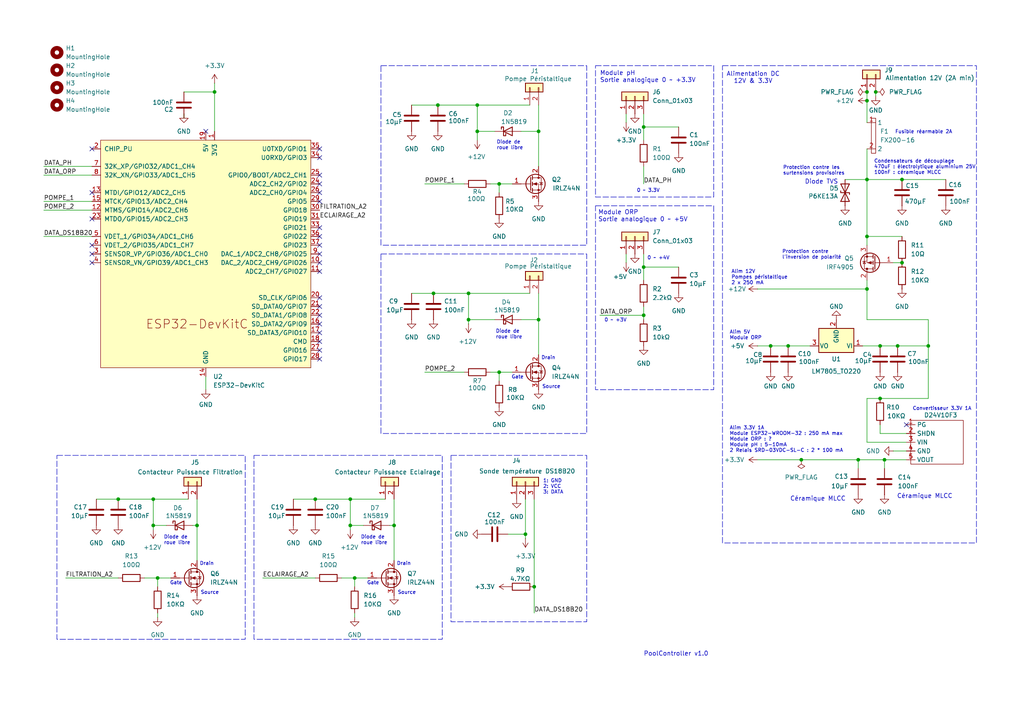
<source format=kicad_sch>
(kicad_sch (version 20250114) (generator "eeschema") (generator_version "9.0")
  (paper "A4")
  (rectangle (start 172.72 59.69) (end 207.01 113.03) (stroke (width 0) (type dash)))
  (rectangle (start 130.81 132.08) (end 170.18 180.34) (stroke (width 0) (type dash)))
  (rectangle (start 110.49 73.66) (end 170.18 125.73) (stroke (width 0) (type dash)))
  (rectangle (start 172.72 19.05) (end 207.01 57.15) (stroke (width 0) (type dash)))
  (rectangle (start 73.66 132.08) (end 128.27 185.42) (stroke (width 0) (type dash)))
  (rectangle (start 16.51 132.08) (end 71.12 185.42) (stroke (width 0) (type dash)))
  (rectangle (start 110.49 19.05) (end 170.18 71.12) (stroke (width 0) (type dash)))
  (rectangle (start 209.55 19.05) (end 283.21 157.48) (stroke (width 0) (type dash)))
  (text "0 ~ +4V" (at 187.706 74.93 0) (effects (font (size 1.016 1.016)) (justify left)))
  (text "Alimentation DC\n12V & 3.3V" (at 218.44 22.606 0) (effects (font (size 1.27 1.27))))
  (text "Protection contre \nl'inversion de polarité" (at 226.822 73.914 0) (effects (font (size 1.016 1.016)) (justify left)))
  (text "Céramique MLCC" (at 268.224 144.018 0) (effects (font (size 1.27 1.27))))
  (text "Diode de\nroue libre" (at 47.498 156.718 0) (effects (font (size 1.016 1.016)) (justify left)))
  (text "PoolController v1.0" (at 196.088 189.738 0) (effects (font (size 1.27 1.27))))
  (text "Gate" (at 106.426 169.164 0) (effects (font (size 1.016 1.016)) (justify left)))
  (text "Drain" (at 115.062 163.576 0) (effects (font (size 1.016 1.016)) (justify left)))
  (text "Diode de\nroue libre" (at 144.018 42.164 0) (effects (font (size 1.016 1.016)) (justify left)))
  (text "Module ORP \nSortie analogique 0 ~ +5V" (at 173.482 62.738 0) (effects (font (size 1.27 1.27)) (justify left)))
  (text "Diode de\nroue libre" (at 104.648 156.718 0) (effects (font (size 1.016 1.016)) (justify left)))
  (text "Alim 3.3V 1A\nModule ESP32-WROOM-32 : 250 mA max\nModule ORP : ?\nModule pH : 5-10mA\n2 Relais SRD-03VDC-SL-C : 2 * 100 mA" (at 211.582 127.508 0) (effects (font (size 1.016 1.016)) (justify left)))
  (text "Drain" (at 156.972 103.886 0) (effects (font (size 1.016 1.016)) (justify left)))
  (text "Source" (at 58.166 171.958 0) (effects (font (size 1.016 1.016)) (justify left)))
  (text "Drain" (at 57.912 163.576 0) (effects (font (size 1.016 1.016)) (justify left)))
  (text "Source" (at 157.226 112.268 0) (effects (font (size 1.016 1.016)) (justify left)))
  (text "1: GND\n2: VCC\n3: DATA" (at 157.48 141.224 0) (effects (font (size 1.016 1.016)) (justify left)))
  (text "Alim 12V\nPompes péristaltique\n2 x 250 mA" (at 212.09 80.518 0) (effects (font (size 1.016 1.016)) (justify left)))
  (text "Diode TVS" (at 238.252 52.832 0) (effects (font (size 1.27 1.27))))
  (text "Source" (at 115.316 171.958 0) (effects (font (size 1.016 1.016)) (justify left)))
  (text "Alim 5V\nModule ORP" (at 211.582 97.282 0) (effects (font (size 1.016 1.016)) (justify left)))
  (text "Gate" (at 49.276 169.164 0) (effects (font (size 1.016 1.016)) (justify left)))
  (text "0 ~ +3V" (at 175.26 92.964 0) (effects (font (size 1.016 1.016)) (justify left)))
  (text "Module pH\nSortie analogique 0 ~ +3.3V" (at 173.99 22.352 0) (effects (font (size 1.27 1.27)) (justify left)))
  (text "Convertisseur 3.3V 1A" (at 264.668 118.618 0) (effects (font (size 1.016 1.016)) (justify left)))
  (text "0 ~ 3.3V" (at 184.658 55.372 0) (effects (font (size 1.016 1.016)) (justify left)))
  (text "Fusible réarmable 2A" (at 259.588 38.354 0) (effects (font (size 1.016 1.016)) (justify left)))
  (text "Gate" (at 148.336 109.474 0) (effects (font (size 1.016 1.016)) (justify left)))
  (text "Condensateurs de découplage\n470uF : électrolytique aluminium 25V\n100nF : céramique MLCC" (at 253.492 48.514 0) (effects (font (size 1.016 1.016)) (justify left)))
  (text "Diode de\nroue libre" (at 143.764 97.028 0) (effects (font (size 1.016 1.016)) (justify left)))
  (text "Céramique MLCC" (at 237.236 144.78 0) (effects (font (size 1.27 1.27))))
  (text "Protection contre les\nsurtensions provisoires" (at 227.076 49.53 0) (effects (font (size 1.016 1.016)) (justify left)))
  (junction (at 248.92 133.35))
  (junction (at 144.78 53.34))
  (junction (at 45.72 167.64))
  (junction (at 125.73 85.09))
  (junction (at 138.43 38.1))
  (junction (at 186.69 77.47))
  (junction (at 256.54 133.35))
  (junction (at 269.24 100.33))
  (junction (at 251.46 68.58))
  (junction (at 101.6 144.78))
  (junction (at 260.35 100.33))
  (junction (at 156.21 92.71))
  (junction (at 261.62 52.07))
  (junction (at 62.23 26.67))
  (junction (at 135.89 85.09))
  (junction (at 228.6 100.33))
  (junction (at 102.87 167.64))
  (junction (at 251.46 52.07))
  (junction (at 254 26.67))
  (junction (at 261.62 76.2))
  (junction (at 251.46 83.82))
  (junction (at 91.44 144.78))
  (junction (at 114.3 152.4))
  (junction (at 255.27 100.33))
  (junction (at 251.46 26.67))
  (junction (at 255.27 115.57))
  (junction (at 152.4 154.94))
  (junction (at 186.69 91.44))
  (junction (at 144.78 107.95))
  (junction (at 156.21 38.1))
  (junction (at 251.46 29.21))
  (junction (at 44.45 152.4))
  (junction (at 57.15 152.4))
  (junction (at 135.89 92.71))
  (junction (at 44.45 144.78))
  (junction (at 154.94 170.18))
  (junction (at 138.43 30.48))
  (junction (at 223.52 100.33))
  (junction (at 232.41 133.35))
  (junction (at 127 30.48))
  (junction (at 34.29 144.78))
  (junction (at 186.69 36.83))
  (junction (at 101.6 152.4))
  (no_connect (at 92.71 50.8))
  (no_connect (at 92.71 71.12))
  (no_connect (at 26.67 55.88))
  (no_connect (at 92.71 66.04))
  (no_connect (at 92.71 76.2))
  (no_connect (at 59.69 38.1))
  (no_connect (at 26.67 71.12))
  (no_connect (at 92.71 101.6))
  (no_connect (at 92.71 45.72))
  (no_connect (at 92.71 91.44))
  (no_connect (at 92.71 78.74))
  (no_connect (at 26.67 63.5))
  (no_connect (at 26.67 76.2))
  (no_connect (at 92.71 68.58))
  (no_connect (at 262.89 123.19))
  (no_connect (at 92.71 58.42))
  (no_connect (at 92.71 73.66))
  (no_connect (at 92.71 93.98))
  (no_connect (at 26.67 43.18))
  (no_connect (at 92.71 86.36))
  (no_connect (at 92.71 99.06))
  (no_connect (at 92.71 53.34))
  (no_connect (at 26.67 73.66))
  (no_connect (at 92.71 88.9))
  (no_connect (at 92.71 96.52))
  (no_connect (at 92.71 104.14))
  (no_connect (at 92.71 43.18))
  (no_connect (at 92.71 55.88))
  (wire (pts (xy 181.61 35.56) (xy 181.61 33.02)))
  (wire (pts (xy 147.32 154.94) (xy 152.4 154.94)))
  (wire (pts (xy 260.35 100.33) (xy 269.24 100.33)))
  (wire (pts (xy 251.46 128.27) (xy 262.89 128.27)))
  (wire (pts (xy 59.69 113.03) (xy 59.69 109.22)))
  (wire (pts (xy 248.92 133.35) (xy 248.92 135.89)))
  (wire (pts (xy 34.29 144.78) (xy 44.45 144.78)))
  (wire (pts (xy 248.92 133.35) (xy 256.54 133.35)))
  (wire (pts (xy 101.6 152.4) (xy 105.41 152.4)))
  (wire (pts (xy 151.13 38.1) (xy 156.21 38.1)))
  (wire (pts (xy 85.09 144.78) (xy 91.44 144.78)))
  (wire (pts (xy 156.21 92.71) (xy 156.21 102.87)))
  (wire (pts (xy 154.94 144.78) (xy 154.94 170.18)))
  (wire (pts (xy 256.54 133.35) (xy 262.89 133.35)))
  (wire (pts (xy 113.03 152.4) (xy 114.3 152.4)))
  (wire (pts (xy 232.41 133.35) (xy 248.92 133.35)))
  (wire (pts (xy 119.38 85.09) (xy 125.73 85.09)))
  (wire (pts (xy 127 30.48) (xy 138.43 30.48)))
  (wire (pts (xy 186.69 33.02) (xy 186.69 36.83)))
  (wire (pts (xy 186.69 92.71) (xy 186.69 91.44)))
  (wire (pts (xy 261.62 52.07) (xy 274.32 52.07)))
  (wire (pts (xy 135.89 93.98) (xy 135.89 92.71)))
  (wire (pts (xy 45.72 167.64) (xy 49.53 167.64)))
  (wire (pts (xy 152.4 154.94) (xy 152.4 144.78)))
  (wire (pts (xy 12.7 68.58) (xy 26.67 68.58)))
  (wire (pts (xy 44.45 153.67) (xy 44.45 152.4)))
  (wire (pts (xy 12.7 60.96) (xy 26.67 60.96)))
  (wire (pts (xy 256.54 133.35) (xy 256.54 135.89)))
  (wire (pts (xy 251.46 115.57) (xy 251.46 128.27)))
  (wire (pts (xy 102.87 167.64) (xy 102.87 170.18)))
  (wire (pts (xy 123.19 107.95) (xy 134.62 107.95)))
  (wire (pts (xy 151.13 92.71) (xy 156.21 92.71)))
  (wire (pts (xy 101.6 144.78) (xy 111.76 144.78)))
  (wire (pts (xy 251.46 26.67) (xy 251.46 29.21)))
  (wire (pts (xy 219.71 133.35) (xy 232.41 133.35)))
  (wire (pts (xy 45.72 167.64) (xy 45.72 170.18)))
  (wire (pts (xy 173.99 91.44) (xy 186.69 91.44)))
  (wire (pts (xy 27.94 144.78) (xy 34.29 144.78)))
  (wire (pts (xy 186.69 77.47) (xy 196.85 77.47)))
  (wire (pts (xy 144.78 53.34) (xy 148.59 53.34)))
  (wire (pts (xy 262.89 130.81) (xy 259.08 130.81)))
  (wire (pts (xy 251.46 81.28) (xy 251.46 83.82)))
  (wire (pts (xy 144.78 107.95) (xy 144.78 110.49)))
  (wire (pts (xy 138.43 30.48) (xy 138.43 38.1)))
  (wire (pts (xy 138.43 38.1) (xy 143.51 38.1)))
  (wire (pts (xy 41.91 167.64) (xy 45.72 167.64)))
  (wire (pts (xy 135.89 85.09) (xy 153.67 85.09)))
  (wire (pts (xy 62.23 24.13) (xy 62.23 26.67)))
  (wire (pts (xy 186.69 36.83) (xy 196.85 36.83)))
  (wire (pts (xy 228.6 100.33) (xy 234.95 100.33)))
  (wire (pts (xy 99.06 167.64) (xy 102.87 167.64)))
  (wire (pts (xy 156.21 38.1) (xy 156.21 48.26)))
  (wire (pts (xy 144.78 107.95) (xy 148.59 107.95)))
  (wire (pts (xy 262.89 125.73) (xy 255.27 125.73)))
  (wire (pts (xy 135.89 92.71) (xy 143.51 92.71)))
  (wire (pts (xy 156.21 85.09) (xy 156.21 92.71)))
  (wire (pts (xy 101.6 152.4) (xy 101.6 144.78)))
  (wire (pts (xy 45.72 177.8) (xy 45.72 179.07)))
  (wire (pts (xy 251.46 52.07) (xy 251.46 68.58)))
  (wire (pts (xy 102.87 167.64) (xy 106.68 167.64)))
  (wire (pts (xy 12.7 50.8) (xy 26.67 50.8)))
  (wire (pts (xy 254 26.67) (xy 254 27.94)))
  (wire (pts (xy 125.73 85.09) (xy 135.89 85.09)))
  (wire (pts (xy 269.24 115.57) (xy 255.27 115.57)))
  (wire (pts (xy 250.19 100.33) (xy 255.27 100.33)))
  (wire (pts (xy 138.43 38.1) (xy 138.43 40.64)))
  (wire (pts (xy 138.43 30.48) (xy 153.67 30.48)))
  (wire (pts (xy 53.34 26.67) (xy 62.23 26.67)))
  (wire (pts (xy 102.87 177.8) (xy 102.87 179.07)))
  (wire (pts (xy 55.88 152.4) (xy 57.15 152.4)))
  (wire (pts (xy 251.46 68.58) (xy 261.62 68.58)))
  (wire (pts (xy 154.94 170.18) (xy 154.94 177.8)))
  (wire (pts (xy 114.3 152.4) (xy 114.3 162.56)))
  (wire (pts (xy 255.27 123.19) (xy 255.27 125.73)))
  (wire (pts (xy 142.24 53.34) (xy 144.78 53.34)))
  (wire (pts (xy 223.52 100.33) (xy 228.6 100.33)))
  (wire (pts (xy 251.46 52.07) (xy 261.62 52.07)))
  (wire (pts (xy 101.6 153.67) (xy 101.6 152.4)))
  (wire (pts (xy 57.15 144.78) (xy 57.15 152.4)))
  (wire (pts (xy 251.46 68.58) (xy 251.46 71.12)))
  (wire (pts (xy 269.24 100.33) (xy 269.24 115.57)))
  (wire (pts (xy 245.11 52.07) (xy 251.46 52.07)))
  (wire (pts (xy 251.46 29.21) (xy 251.46 35.56)))
  (wire (pts (xy 76.2 167.64) (xy 91.44 167.64)))
  (wire (pts (xy 12.7 58.42) (xy 26.67 58.42)))
  (wire (pts (xy 53.34 34.29) (xy 53.34 33.02)))
  (wire (pts (xy 119.38 30.48) (xy 127 30.48)))
  (wire (pts (xy 269.24 92.71) (xy 269.24 100.33)))
  (wire (pts (xy 142.24 107.95) (xy 144.78 107.95)))
  (wire (pts (xy 186.69 36.83) (xy 186.69 40.64)))
  (wire (pts (xy 144.78 53.34) (xy 144.78 55.88)))
  (wire (pts (xy 251.46 83.82) (xy 251.46 92.71)))
  (wire (pts (xy 91.44 144.78) (xy 101.6 144.78)))
  (wire (pts (xy 57.15 152.4) (xy 57.15 162.56)))
  (wire (pts (xy 186.69 77.47) (xy 186.69 81.28)))
  (wire (pts (xy 255.27 100.33) (xy 260.35 100.33)))
  (wire (pts (xy 44.45 152.4) (xy 48.26 152.4)))
  (wire (pts (xy 219.71 83.82) (xy 251.46 83.82)))
  (wire (pts (xy 251.46 92.71) (xy 269.24 92.71)))
  (wire (pts (xy 186.69 73.66) (xy 186.69 77.47)))
  (wire (pts (xy 152.4 156.21) (xy 152.4 154.94)))
  (wire (pts (xy 156.21 30.48) (xy 156.21 38.1)))
  (wire (pts (xy 123.19 53.34) (xy 134.62 53.34)))
  (wire (pts (xy 44.45 144.78) (xy 54.61 144.78)))
  (wire (pts (xy 219.71 100.33) (xy 223.52 100.33)))
  (wire (pts (xy 186.69 48.26) (xy 186.69 53.34)))
  (wire (pts (xy 62.23 26.67) (xy 62.23 38.1)))
  (wire (pts (xy 44.45 152.4) (xy 44.45 144.78)))
  (wire (pts (xy 114.3 144.78) (xy 114.3 152.4)))
  (wire (pts (xy 251.46 43.18) (xy 251.46 52.07)))
  (wire (pts (xy 19.05 167.64) (xy 34.29 167.64)))
  (wire (pts (xy 251.46 115.57) (xy 255.27 115.57)))
  (wire (pts (xy 135.89 92.71) (xy 135.89 85.09)))
  (wire (pts (xy 186.69 91.44) (xy 186.69 88.9)))
  (wire (pts (xy 12.7 48.26) (xy 26.67 48.26)))
  (wire (pts (xy 181.61 76.2) (xy 181.61 73.66)))
  (wire (pts (xy 261.62 76.2) (xy 259.08 76.2)))
  (label "FILTRATION_A2" (at 92.71 60.96 0))
  (label "POMPE_1" (at 123.19 53.34 0))
  (label "DATA_DS18B20" (at 12.7 68.58 0))
  (label "DATA_PH" (at 186.69 53.34 0))
  (label "POMPE_2" (at 12.7 60.96 0))
  (label "DATA_ORP" (at 12.7 50.8 0))
  (label "POMPE_2" (at 123.19 107.95 0))
  (label "FILTRATION_A2" (at 19.05 167.64 0))
  (label "ECLAIRAGE_A2" (at 92.71 63.5 0))
  (label "DATA_PH" (at 12.7 48.26 0))
  (label "DATA_ORP" (at 173.99 91.44 0))
  (label "POMPE_1" (at 12.7 58.42 0))
  (label "ECLAIRAGE_A2" (at 76.2 167.64 0))
  (label "DATA_DS18B20" (at 154.94 177.8 0))
  (symbol (lib_id "power:+3.3V") (at 147.32 170.18 90) (unit 1)
    (property "Reference" "#PWR023" (effects (hide yes)))
    (property "Value" "+3.3V" (at 143.51 170.1799 90) (effects (justify left)))
    (property "Description" "Power symbol creates a global label with name \"+3.3V\"" (effects (hide yes)))
  )
  (symbol (lib_id "Device:C") (at 248.92 139.7 0) (unit 1)
    (property "Reference" "C13" (at 242.062 138.176 0) (effects (justify left)))
    (property "Value" "10 µF" (at 241.046 140.97 0) (effects (justify left)))
    (property "Footprint" "Capacitor_THT:C_Disc_D6.0mm_W4.4mm_P5.00mm" (effects (hide yes)))
    (property "Description" "Unpolarized capacitor" (effects (hide yes)))
  )
  (symbol (lib_id "Device:R") (at 45.72 173.99 0) (unit 1)
    (property "Reference" "R14" (at 48.26 172.7199 0) (effects (justify left)))
    (property "Value" "10KΩ" (at 48.26 175.2599 0) (effects (justify left)))
    (property "Footprint" "Resistor_THT:R_Axial_DIN0207_L6.3mm_D2.5mm_P10.16mm_Horizontal" (effects (hide yes)))
    (property "Description" "Resistor" (effects (hide yes)))
  )
  (symbol (lib_id "power:+5V") (at 219.71 100.33 90) (unit 1)
    (property "Reference" "#PWR07" (effects (hide yes)))
    (property "Value" "+5V" (at 215.9 100.3299 90) (effects (justify left)))
    (property "Description" "Power symbol creates a global label with name \"+5V\"" (effects (hide yes)))
  )
  (symbol (lib_id "power:GND") (at 119.38 38.1 0) (unit 1)
    (property "Reference" "#PWR08" (effects (hide yes)))
    (property "Value" "GND" (at 119.38 43.18 0))
    (property "Description" "Power symbol creates a global label with name \"GND\" , ground" (effects (hide yes)))
  )
  (symbol (lib_id "Device:C") (at 27.94 148.59 0) (unit 1)
    (property "Reference" "C17" (at 21.336 147.066 0) (effects (justify left)))
    (property "Value" "10 µF" (at 20.574 149.606 0) (effects (justify left)))
    (property "Footprint" "Capacitor_THT:C_Disc_D6.0mm_W4.4mm_P5.00mm" (effects (hide yes)))
    (property "Description" "Unpolarized capacitor" (effects (hide yes)))
  )
  (symbol (lib_id "power:GND") (at 139.7 154.94 270) (unit 1)
    (property "Reference" "#PWR022" (effects (hide yes)))
    (property "Value" "GND" (at 135.89 154.9399 90) (effects (justify right)))
    (property "Description" "Power symbol creates a global label with name \"GND\" , ground" (effects (hide yes)))
  )
  (symbol (lib_id "Device:C") (at 223.52 104.14 0) (unit 1)
    (property "Reference" "C8" (at 218.44 102.87 0) (effects (justify left)))
    (property "Value" "10 µF" (at 216.154 104.648 0) (effects (justify left)))
    (property "Footprint" "Capacitor_THT:C_Disc_D6.0mm_W4.4mm_P5.00mm" (effects (hide yes)))
    (property "Description" "Unpolarized capacitor" (effects (hide yes)))
  )
  (symbol (lib_id "power:GND") (at 260.35 107.95 0) (unit 1)
    (property "Reference" "#PWR014" (effects (hide yes)))
    (property "Value" "GND" (at 260.35 112.014 0))
    (property "Description" "Power symbol creates a global label with name \"GND\" , ground" (effects (hide yes)))
  )
  (symbol (lib_id "Device:R") (at 186.69 85.09 0) (unit 1)
    (property "Reference" "R2" (at 189.23 83.8199 0) (effects (justify left)))
    (property "Value" "2.2kΩ" (at 189.23 86.3599 0) (effects (justify left)))
    (property "Footprint" "Resistor_THT:R_Axial_DIN0207_L6.3mm_D2.5mm_P10.16mm_Horizontal" (effects (hide yes)))
    (property "Description" "Resistor" (effects (hide yes)))
  )
  (symbol (lib_id "power:GND") (at 184.15 73.66 0) (unit 1)
    (property "Reference" "#PWR029" (effects (hide yes)))
    (property "Value" "GND" (at 184.15 78.74 0))
    (property "Description" "Power symbol creates a global label with name \"GND\" , ground" (effects (hide yes)))
  )
  (symbol (lib_id "power:GND") (at 57.15 172.72 0) (unit 1)
    (property "Reference" "#PWR045" (effects (hide yes)))
    (property "Value" "GND" (at 57.15 177.8 0))
    (property "Description" "Power symbol creates a global label with name \"GND\" , ground" (effects (hide yes)))
  )
  (symbol (lib_id "power:GND") (at 149.86 144.78 0) (unit 1)
    (property "Reference" "#PWR024" (effects (hide yes)))
    (property "Value" "GND" (at 149.86 149.86 0))
    (property "Description" "Power symbol creates a global label with name \"GND\" , ground" (effects (hide yes)))
  )
  (symbol (lib_id "power:GND") (at 34.29 152.4 0) (unit 1)
    (property "Reference" "#PWR043" (effects (hide yes)))
    (property "Value" "GND" (at 34.29 157.48 0))
    (property "Description" "Power symbol creates a global label with name \"GND\" , ground" (effects (hide yes)))
  )
  (symbol (lib_id "power:GND") (at 274.32 59.69 0) (unit 1)
    (property "Reference" "#PWR039" (effects (hide yes)))
    (property "Value" "GND" (at 274.32 64.77 0))
    (property "Description" "Power symbol creates a global label with name \"GND\" , ground" (effects (hide yes)))
  )
  (symbol (lib_id "Transistor_FET:IRLZ44N") (at 153.67 107.95 0) (unit 1)
    (property "Reference" "Q4" (at 160.02 106.6799 0) (effects (justify left)))
    (property "Value" "IRLZ44N" (at 160.02 109.2199 0) (effects (justify left)))
    (property "Footprint" "Package_TO_SOT_THT:TO-220-3_Vertical" (effects (hide yes)))
    (property "Datasheet" "http://www.irf.com/product-info/datasheets/data/irlz44n.pdf" (effects (hide yes)))
    (property "Description" "47A Id, 55V Vds, 22mOhm Rds Single N-Channel HEXFET Power MOSFET, TO-220AB" (effects (hide yes)))
  )
  (symbol (lib_id "Diode:1N5819") (at 147.32 92.71 0) (unit 1)
    (property "Reference" "D4" (at 146.812 87.63 0))
    (property "Value" "1N5819" (at 147.066 89.916 0))
    (property "Footprint" "Diode_THT:D_DO-15_P10.16mm_Horizontal" (effects (hide yes)))
    (property "Datasheet" "http://www.vishay.com/docs/88525/1n5817.pdf" (effects (hide yes)))
    (property "Description" "40V 1A Schottky Barrier Rectifier Diode, DO-41" (effects (hide yes)))
  )
  (symbol (lib_id "power:PWR_FLAG") (at 254 26.67 270) (unit 1)
    (property "Reference" "#FLG015" (effects (hide yes)))
    (property "Value" "PWR_FLAG" (at 257.81 26.6699 90) (effects (justify left)))
    (property "Description" "Special symbol for telling ERC where power comes from" (effects (hide yes)))
  )
  (symbol (lib_id "Connector_Generic:Conn_01x03") (at 152.4 139.7 90) (unit 1)
    (property "Reference" "J4" (at 148.59 133.604 90) (effects (justify right)))
    (property "Value" "Sonde température DS18B20" (at 138.938 136.652 90) (effects (justify right)))
    (property "Footprint" "TerminalBlock_Altech:Altech_AK100_1x03_P5.00mm" (effects (hide yes)))
    (property "Description" "Generic connector, single row, 01x03, script generated (kicad-library-utils/schlib/autogen/connector/)" (effects (hide yes)))
  )
  (symbol (lib_id "Device:C") (at 196.85 40.64 0) (unit 1)
    (property "Reference" "C1" (at 199.898 39.116 0) (effects (justify left)))
    (property "Value" "100nF" (at 199.898 41.656 0) (effects (justify left)))
    (property "Footprint" "Capacitor_THT:C_Disc_D3.8mm_W2.6mm_P2.50mm" (effects (hide yes)))
    (property "Description" "Unpolarized capacitor" (effects (hide yes)))
  )
  (symbol (lib_id "Device:C") (at 260.35 104.14 0) (unit 1)
    (property "Reference" "C7" (at 263.144 102.616 0) (effects (justify left)))
    (property "Value" "100nF" (at 263.398 104.902 0) (effects (justify left)))
    (property "Footprint" "Capacitor_THT:C_Disc_D3.8mm_W2.6mm_P2.50mm" (effects (hide yes)))
    (property "Description" "Unpolarized capacitor" (effects (hide yes)))
  )
  (symbol (lib_id "Device:R") (at 261.62 72.39 0) (unit 1)
    (property "Reference" "R11" (at 264.16 71.1199 0) (effects (justify left)))
    (property "Value" "10Ω" (at 264.16 73.6599 0) (effects (justify left)))
    (property "Footprint" "Resistor_THT:R_Axial_DIN0207_L6.3mm_D2.5mm_P10.16mm_Horizontal" (effects (hide yes)))
    (property "Description" "Resistor" (effects (hide yes)))
  )
  (symbol (lib_id "power:+5V") (at 181.61 76.2 180) (unit 1)
    (property "Reference" "#PWR051" (effects (hide yes)))
    (property "Value" "+5V" (at 179.832 80.264 0))
    (property "Description" "Power symbol creates a global label with name \"+5V\"" (effects (hide yes)))
  )
  (symbol (lib_id "power:GND") (at 127 38.1 0) (unit 1)
    (property "Reference" "#PWR09" (effects (hide yes)))
    (property "Value" "GND" (at 127 43.18 0))
    (property "Description" "Power symbol creates a global label with name \"GND\" , ground" (effects (hide yes)))
  )
  (symbol (lib_id "power:PWR_FLAG") (at 232.41 133.35 180) (unit 1)
    (property "Reference" "#FLG011" (effects (hide yes)))
    (property "Value" "PWR_FLAG" (at 232.41 138.43 0))
    (property "Description" "Special symbol for telling ERC where power comes from" (effects (hide yes)))
  )
  (symbol (lib_id "power:GND") (at 144.78 118.11 0) (unit 1)
    (property "Reference" "#PWR019" (effects (hide yes)))
    (property "Value" "GND" (at 144.78 123.19 0))
    (property "Description" "Power symbol creates a global label with name \"GND\" , ground" (effects (hide yes)))
  )
  (symbol (lib_id "Device:R") (at 95.25 167.64 270) (unit 1)
    (property "Reference" "R15" (at 95.25 161.29 90))
    (property "Value" "100Ω" (at 95.25 163.83 90))
    (property "Footprint" "Resistor_THT:R_Axial_DIN0207_L6.3mm_D2.5mm_P10.16mm_Horizontal" (effects (hide yes)))
    (property "Description" "Resistor" (effects (hide yes)))
  )
  (symbol (lib_id "power:GND") (at 59.69 113.03 0) (unit 1)
    (property "Reference" "#PWR05" (effects (hide yes)))
    (property "Value" "GND" (at 59.69 117.348 0))
    (property "Description" "Power symbol creates a global label with name \"GND\" , ground" (effects (hide yes)))
  )
  (symbol (lib_id "Transistor_FET:IRLZ44N") (at 54.61 167.64 0) (unit 1)
    (property "Reference" "Q6" (at 60.96 166.3699 0) (effects (justify left)))
    (property "Value" "IRLZ44N" (at 60.96 168.9099 0) (effects (justify left)))
    (property "Footprint" "Package_TO_SOT_THT:TO-220-3_Vertical" (effects (hide yes)))
    (property "Datasheet" "http://www.irf.com/product-info/datasheets/data/irlz44n.pdf" (effects (hide yes)))
    (property "Description" "47A Id, 55V Vds, 22mOhm Rds Single N-Channel HEXFET Power MOSFET, TO-220AB" (effects (hide yes)))
  )
  (symbol (lib_id "power:GND") (at 85.09 152.4 0) (unit 1)
    (property "Reference" "#PWR041" (effects (hide yes)))
    (property "Value" "GND" (at 85.09 157.48 0))
    (property "Description" "Power symbol creates a global label with name \"GND\" , ground" (effects (hide yes)))
  )
  (symbol (lib_id "Device:R") (at 261.62 80.01 0) (unit 1)
    (property "Reference" "R12" (at 264.16 78.7399 0) (effects (justify left)))
    (property "Value" "10KΩ" (at 264.16 81.2799 0) (effects (justify left)))
    (property "Footprint" "Resistor_THT:R_Axial_DIN0207_L6.3mm_D2.5mm_P10.16mm_Horizontal" (effects (hide yes)))
    (property "Description" "Resistor" (effects (hide yes)))
  )
  (symbol (lib_id "Device:C") (at 274.32 55.88 0) (unit 1)
    (property "Reference" "C16" (at 275.082 53.594 0) (effects (justify left)))
    (property "Value" "100nF" (at 275.336 58.42 0) (effects (justify left)))
    (property "Footprint" "Capacitor_THT:C_Disc_D3.8mm_W2.6mm_P2.50mm" (effects (hide yes)))
    (property "Description" "Unpolarized capacitor" (effects (hide yes)))
  )
  (symbol (lib_id "Device:C") (at 255.27 104.14 0) (unit 1)
    (property "Reference" "C4" (at 250.19 102.87 0) (effects (justify left)))
    (property "Value" "10 µF" (at 247.904 104.648 0) (effects (justify left)))
    (property "Footprint" "Capacitor_THT:C_Disc_D6.0mm_W4.4mm_P5.00mm" (effects (hide yes)))
    (property "Description" "Unpolarized capacitor" (effects (hide yes)))
  )
  (symbol (lib_id "power:GND") (at 261.62 83.82 0) (unit 1)
    (property "Reference" "#PWR038" (effects (hide yes)))
    (property "Value" "GND" (at 261.62 88.9 0))
    (property "Description" "Power symbol creates a global label with name \"GND\" , ground" (effects (hide yes)))
  )
  (symbol (lib_id "Device:C") (at 85.09 148.59 0) (unit 1)
    (property "Reference" "C19" (at 78.486 147.066 0) (effects (justify left)))
    (property "Value" "10 µF" (at 77.724 149.606 0) (effects (justify left)))
    (property "Footprint" "Capacitor_THT:C_Disc_D6.0mm_W4.4mm_P5.00mm" (effects (hide yes)))
    (property "Description" "Unpolarized capacitor" (effects (hide yes)))
  )
  (symbol (lib_id "Connector_Generic:Conn_01x02") (at 54.61 139.7 90) (unit 1)
    (property "Reference" "J5" (at 55.372 134.112 90) (effects (justify right)))
    (property "Value" "Contacteur Puissance Filtration" (at 39.878 136.906 90) (effects (justify right)))
    (property "Footprint" "TerminalBlock_Altech:Altech_AK100_1x02_P5.00mm" (effects (hide yes)))
    (property "Description" "Generic connector, single row, 01x02, script generated (kicad-library-utils/schlib/autogen/connector/)" (effects (hide yes)))
  )
  (symbol (lib_id "power:+12V") (at 44.45 153.67 180) (unit 1)
    (property "Reference" "#PWR044" (effects (hide yes)))
    (property "Value" "+12V" (at 44.196 158.75 0))
    (property "Description" "Power symbol creates a global label with name \"+12V\"" (effects (hide yes)))
  )
  (symbol (lib_id "Transistor_FET:IRF4905") (at 254 76.2 180) (unit 1)
    (property "Reference" "Q5" (at 247.65 74.9299 0) (effects (justify left)))
    (property "Value" "IRF4905" (at 247.65 77.4699 0) (effects (justify left)))
    (property "Footprint" "Package_TO_SOT_THT:TO-220-3_Vertical" (effects (hide yes)))
    (property "Datasheet" "http://www.infineon.com/dgdl/irf4905.pdf?fileId=5546d462533600a4015355e32165197c" (effects (hide yes)))
    (property "Description" "-74A Id, -55V Vds, Single P-Channel HEXFET Power MOSFET, 20mOhm Ron, TO-220AB" (effects (hide yes)))
  )
  (symbol (lib_id "power:GND") (at 125.73 92.71 0) (unit 1)
    (property "Reference" "#PWR018" (effects (hide yes)))
    (property "Value" "GND" (at 125.73 97.79 0))
    (property "Description" "Power symbol creates a global label with name \"GND\" , ground" (effects (hide yes)))
  )
  (symbol (lib_id "power:+12V") (at 251.46 29.21 90) (unit 1)
    (property "Reference" "#PWR040" (effects (hide yes)))
    (property "Value" "+12V" (at 247.65 29.2099 90) (effects (justify left)))
    (property "Description" "Power symbol creates a global label with name \"+12V\"" (effects (hide yes)))
  )
  (symbol (lib_id "MySymbols.lib:FX200-16") (at 251.46 39.37 0) (unit 1)
    (property "Reference" "F1" (at 255.27 38.0999 0) (effects (justify left)))
    (property "Value" "FX200-16" (at 255.27 40.6399 0) (effects (justify left)))
    (property "Footprint" "Fuse:Fuse_Bourns_MF-RHT200" (effects (hide yes)))
  )
  (symbol (lib_id "Diode:1N5819") (at 109.22 152.4 0) (unit 1)
    (property "Reference" "D7" (at 108.712 147.32 0))
    (property "Value" "1N5819" (at 108.966 149.606 0))
    (property "Footprint" "Diode_THT:D_DO-15_P10.16mm_Horizontal" (effects (hide yes)))
    (property "Datasheet" "http://www.vishay.com/docs/88525/1n5817.pdf" (effects (hide yes)))
    (property "Description" "40V 1A Schottky Barrier Rectifier Diode, DO-41" (effects (hide yes)))
  )
  (symbol (lib_id "Mechanical:MountingHole") (at 16.51 25.4 0) (unit 1) (in_bom no)
    (property "Reference" "H3" (at 19.05 24.1299 0) (effects (justify left)))
    (property "Value" "MountingHole" (at 19.05 26.6699 0) (effects (justify left)))
    (property "Footprint" "MountingHole:MountingHole_3.2mm_M3" (effects (hide yes)))
    (property "Description" "Mounting Hole without connection" (effects (hide yes)))
  )
  (symbol (lib_name "D24V10F3_1") (lib_id "MySymbols.lib:D24V10F3") (at 271.78 128.27 0) (unit 1)
    (property "Reference" "U3" (effects (hide yes)))
    (property "Value" "D24V10F3" (at 267.97 120.396 0) (effects (justify left)))
    (property "Footprint" "MyLibrary:Pololu_D24V10F3" (effects (hide yes)))
  )
  (symbol (lib_id "Connector_Generic:Conn_01x02") (at 153.67 25.4 90) (unit 1)
    (property "Reference" "J1" (at 153.924 20.574 90) (effects (justify right)))
    (property "Value" "Pompe Péristaltique" (at 146.304 22.86 90) (effects (justify right)))
    (property "Footprint" "TerminalBlock_Altech:Altech_AK100_1x02_P5.00mm" (effects (hide yes)))
    (property "Description" "Generic connector, single row, 01x02, script generated (kicad-library-utils/schlib/autogen/connector/)" (effects (hide yes)))
  )
  (symbol (lib_id "power:GND") (at 242.57 92.71 180) (unit 1)
    (property "Reference" "#PWR06" (effects (hide yes)))
    (property "Value" "GND" (at 242.57 88.9 0))
    (property "Description" "Power symbol creates a global label with name \"GND\" , ground" (effects (hide yes)))
  )
  (symbol (lib_id "Mechanical:MountingHole") (at 16.51 20.32 0) (unit 1) (in_bom no)
    (property "Reference" "H2" (at 19.05 19.0499 0) (effects (justify left)))
    (property "Value" "MountingHole" (at 19.05 21.5899 0) (effects (justify left)))
    (property "Footprint" "MountingHole:MountingHole_3.2mm_M3" (effects (hide yes)))
    (property "Description" "Mounting Hole without connection" (effects (hide yes)))
  )
  (symbol (lib_id "power:GND") (at 261.62 59.69 0) (unit 1)
    (property "Reference" "#PWR037" (effects (hide yes)))
    (property "Value" "GND" (at 261.62 64.77 0))
    (property "Description" "Power symbol creates a global label with name \"GND\" , ground" (effects (hide yes)))
  )
  (symbol (lib_id "power:GND") (at 91.44 152.4 0) (unit 1)
    (property "Reference" "#PWR047" (effects (hide yes)))
    (property "Value" "GND" (at 91.44 157.48 0))
    (property "Description" "Power symbol creates a global label with name \"GND\" , ground" (effects (hide yes)))
  )
  (symbol (lib_id "Device:D_TVS") (at 245.11 55.88 90) (unit 1)
    (property "Reference" "D5" (at 240.538 54.61 90) (effects (justify right)))
    (property "Value" "P6KE13A" (at 234.442 56.896 90) (effects (justify right)))
    (property "Footprint" "Diode_THT:D_DO-15_P10.16mm_Horizontal" (effects (hide yes)))
    (property "Description" "Bidirectional transient-voltage-suppression diode" (effects (hide yes)))
  )
  (symbol (lib_id "Connector_Generic:Conn_01x02") (at 111.76 139.7 90) (unit 1)
    (property "Reference" "J8" (at 112.522 134.112 90) (effects (justify right)))
    (property "Value" "Contacteur Puissance Eclairage" (at 97.028 136.906 90) (effects (justify right)))
    (property "Footprint" "TerminalBlock_Altech:Altech_AK100_1x02_P5.00mm" (effects (hide yes)))
    (property "Description" "Generic connector, single row, 01x02, script generated (kicad-library-utils/schlib/autogen/connector/)" (effects (hide yes)))
  )
  (symbol (lib_id "power:GND") (at 186.69 100.33 0) (unit 1)
    (property "Reference" "#PWR027" (effects (hide yes)))
    (property "Value" "GND" (at 186.69 105.41 0))
    (property "Description" "Power symbol creates a global label with name \"GND\" , ground" (effects (hide yes)))
  )
  (symbol (lib_id "Device:C") (at 53.34 30.48 180) (unit 1)
    (property "Reference" "C2" (at 50.292 31.75 0) (effects (justify left)))
    (property "Value" "100nF" (at 50.292 29.718 0) (effects (justify left)))
    (property "Footprint" "Capacitor_THT:C_Disc_D3.8mm_W2.6mm_P2.50mm" (effects (hide yes)))
    (property "Description" "Unpolarized capacitor" (effects (hide yes)))
  )
  (symbol (lib_id "power:PWR_FLAG") (at 251.46 26.67 90) (unit 1)
    (property "Reference" "#FLG014" (effects (hide yes)))
    (property "Value" "PWR_FLAG" (at 247.65 26.6699 90) (effects (justify left)))
    (property "Description" "Special symbol for telling ERC where power comes from" (effects (hide yes)))
  )
  (symbol (lib_id "power:+3.3V") (at 219.71 133.35 90) (unit 1)
    (property "Reference" "#PWR031" (effects (hide yes)))
    (property "Value" "+3.3V" (at 215.9 133.3499 90) (effects (justify left)))
    (property "Description" "Power symbol creates a global label with name \"+3.3V\"" (effects (hide yes)))
  )
  (symbol (lib_id "Device:R") (at 102.87 173.99 0) (unit 1)
    (property "Reference" "R16" (at 105.41 172.7199 0) (effects (justify left)))
    (property "Value" "10KΩ" (at 105.41 175.2599 0) (effects (justify left)))
    (property "Footprint" "Resistor_THT:R_Axial_DIN0207_L6.3mm_D2.5mm_P10.16mm_Horizontal" (effects (hide yes)))
    (property "Description" "Resistor" (effects (hide yes)))
  )
  (symbol (lib_id "Transistor_FET:IRLZ44N") (at 111.76 167.64 0) (unit 1)
    (property "Reference" "Q7" (at 118.11 166.3699 0) (effects (justify left)))
    (property "Value" "IRLZ44N" (at 118.11 168.9099 0) (effects (justify left)))
    (property "Footprint" "Package_TO_SOT_THT:TO-220-3_Vertical" (effects (hide yes)))
    (property "Datasheet" "http://www.irf.com/product-info/datasheets/data/irlz44n.pdf" (effects (hide yes)))
    (property "Description" "47A Id, 55V Vds, 22mOhm Rds Single N-Channel HEXFET Power MOSFET, TO-220AB" (effects (hide yes)))
  )
  (symbol (lib_id "Device:C") (at 91.44 148.59 0) (unit 1)
    (property "Reference" "C20" (at 94.488 147.066 0) (effects (justify left)))
    (property "Value" "100nF" (at 94.488 149.606 0) (effects (justify left)))
    (property "Footprint" "Capacitor_THT:C_Disc_D3.8mm_W2.6mm_P2.50mm" (effects (hide yes)))
    (property "Description" "Unpolarized capacitor" (effects (hide yes)))
  )
  (symbol (lib_id "power:GND") (at 144.78 63.5 0) (unit 1)
    (property "Reference" "#PWR011" (effects (hide yes)))
    (property "Value" "GND" (at 144.78 68.58 0))
    (property "Description" "Power symbol creates a global label with name \"GND\" , ground" (effects (hide yes)))
  )
  (symbol (lib_id "Transistor_FET:IRLZ44N") (at 153.67 53.34 0) (unit 1)
    (property "Reference" "Q2" (at 160.02 52.0699 0) (effects (justify left)))
    (property "Value" "IRLZ44N" (at 160.274 54.61 0) (effects (justify left)))
    (property "Footprint" "Package_TO_SOT_THT:TO-220-3_Vertical" (effects (hide yes)))
    (property "Datasheet" "http://www.irf.com/product-info/datasheets/data/irlz44n.pdf" (effects (hide yes)))
    (property "Description" "47A Id, 55V Vds, 22mOhm Rds Single N-Channel HEXFET Power MOSFET, TO-220AB" (effects (hide yes)))
  )
  (symbol (lib_id "power:GND") (at 196.85 85.09 0) (unit 1)
    (property "Reference" "#PWR03" (effects (hide yes)))
    (property "Value" "GND" (at 196.85 90.17 0))
    (property "Description" "Power symbol creates a global label with name \"GND\" , ground" (effects (hide yes)))
  )
  (symbol (lib_id "Connector_Generic:Conn_01x03") (at 184.15 27.94 90) (unit 1)
    (property "Reference" "J6" (at 189.23 26.6699 90) (effects (justify right)))
    (property "Value" "Conn_01x03" (at 189.23 29.2099 90) (effects (justify right)))
    (property "Footprint" "TerminalBlock_Altech:Altech_AK100_1x03_P5.00mm" (effects (hide yes)))
    (property "Description" "Generic connector, single row, 01x03, script generated (kicad-library-utils/schlib/autogen/connector/)" (effects (hide yes)))
  )
  (symbol (lib_id "Device:R") (at 186.69 44.45 0) (unit 1)
    (property "Reference" "R1" (at 189.23 43.1799 0) (effects (justify left)))
    (property "Value" "100Ω" (at 189.23 45.7199 0) (effects (justify left)))
    (property "Footprint" "Resistor_THT:R_Axial_DIN0207_L6.3mm_D2.5mm_P10.16mm_Horizontal" (effects (hide yes)))
    (property "Description" "Resistor" (effects (hide yes)))
  )
  (symbol (lib_id "Device:C") (at 143.51 154.94 90) (unit 1)
    (property "Reference" "C12" (at 143.256 149.352 90))
    (property "Value" "100nF" (at 143.51 151.384 90))
    (property "Footprint" "Capacitor_THT:C_Disc_D3.8mm_W2.6mm_P2.50mm" (effects (hide yes)))
    (property "Description" "Unpolarized capacitor" (effects (hide yes)))
  )
  (symbol (lib_id "power:GND") (at 256.54 143.51 0) (unit 1)
    (property "Reference" "#PWR035" (effects (hide yes)))
    (property "Value" "GND" (at 256.54 148.59 0))
    (property "Description" "Power symbol creates a global label with name \"GND\" , ground" (effects (hide yes)))
  )
  (symbol (lib_id "power:GND") (at 114.3 172.72 0) (unit 1)
    (property "Reference" "#PWR050" (effects (hide yes)))
    (property "Value" "GND" (at 114.3 177.8 0))
    (property "Description" "Power symbol creates a global label with name \"GND\" , ground" (effects (hide yes)))
  )
  (symbol (lib_id "power:+12V") (at 138.43 40.64 180) (unit 1)
    (property "Reference" "#PWR010" (effects (hide yes)))
    (property "Value" "+12V" (at 138.176 45.466 0))
    (property "Description" "Power symbol creates a global label with name \"+12V\"" (effects (hide yes)))
  )
  (symbol (lib_id "Mechanical:MountingHole") (at 16.51 30.48 0) (unit 1) (in_bom no)
    (property "Reference" "H4" (at 19.05 29.2099 0) (effects (justify left)))
    (property "Value" "MountingHole" (at 19.05 31.7499 0) (effects (justify left)))
    (property "Footprint" "MountingHole:MountingHole_3.2mm_M3" (effects (hide yes)))
    (property "Description" "Mounting Hole without connection" (effects (hide yes)))
  )
  (symbol (lib_id "power:GND") (at 248.92 143.51 0) (unit 1)
    (property "Reference" "#PWR033" (effects (hide yes)))
    (property "Value" "GND" (at 248.92 148.59 0))
    (property "Description" "Power symbol creates a global label with name \"GND\" , ground" (effects (hide yes)))
  )
  (symbol (lib_id "power:GND") (at 196.85 44.45 0) (unit 1)
    (property "Reference" "#PWR02" (effects (hide yes)))
    (property "Value" "GND" (at 196.85 49.53 0))
    (property "Description" "Power symbol creates a global label with name \"GND\" , ground" (effects (hide yes)))
  )
  (symbol (lib_id "Mechanical:MountingHole") (at 16.51 15.24 0) (unit 1) (in_bom no)
    (property "Reference" "H1" (at 19.05 13.9699 0) (effects (justify left)))
    (property "Value" "MountingHole" (at 19.05 16.5099 0) (effects (justify left)))
    (property "Footprint" "MountingHole:MountingHole_3.2mm_M3" (effects (hide yes)))
    (property "Description" "Mounting Hole without connection" (effects (hide yes)))
  )
  (symbol (lib_id "Device:C") (at 34.29 148.59 0) (unit 1)
    (property "Reference" "C18" (at 37.338 147.066 0) (effects (justify left)))
    (property "Value" "100nF" (at 37.338 149.606 0) (effects (justify left)))
    (property "Footprint" "Capacitor_THT:C_Disc_D3.8mm_W2.6mm_P2.50mm" (effects (hide yes)))
    (property "Description" "Unpolarized capacitor" (effects (hide yes)))
  )
  (symbol (lib_id "Device:R") (at 38.1 167.64 270) (unit 1)
    (property "Reference" "R13" (at 38.1 161.29 90))
    (property "Value" "100Ω" (at 38.1 163.83 90))
    (property "Footprint" "Resistor_THT:R_Axial_DIN0207_L6.3mm_D2.5mm_P10.16mm_Horizontal" (effects (hide yes)))
    (property "Description" "Resistor" (effects (hide yes)))
  )
  (symbol (lib_id "Device:C") (at 196.85 81.28 0) (unit 1)
    (property "Reference" "C3" (at 199.898 79.756 0) (effects (justify left)))
    (property "Value" "10 µF" (at 199.898 82.296 0) (effects (justify left)))
    (property "Footprint" "Capacitor_THT:C_Disc_D3.8mm_W2.6mm_P2.50mm" (effects (hide yes)))
    (property "Description" "Unpolarized capacitor" (effects (hide yes)))
  )
  (symbol (lib_id "Device:R") (at 138.43 53.34 270) (unit 1)
    (property "Reference" "R4" (at 138.43 55.626 90))
    (property "Value" "100Ω" (at 138.176 57.658 90))
    (property "Footprint" "Resistor_THT:R_Axial_DIN0207_L6.3mm_D2.5mm_P10.16mm_Horizontal" (effects (hide yes)))
    (property "Description" "Resistor" (effects (hide yes)))
  )
  (symbol (lib_id "Connector_Generic:Conn_01x02") (at 251.46 21.59 90) (unit 1)
    (property "Reference" "J9" (at 256.54 20.3199 90) (effects (justify right)))
    (property "Value" "Alimentation 12V (2A min)" (at 256.794 22.606 90) (effects (justify right)))
    (property "Footprint" "TerminalBlock_Altech:Altech_AK100_1x02_P5.00mm" (effects (hide yes)))
    (property "Description" "Generic connector, single row, 01x02, script generated (kicad-library-utils/schlib/autogen/connector/)" (effects (hide yes)))
  )
  (symbol (lib_id "Device:R") (at 144.78 59.69 0) (unit 1)
    (property "Reference" "R5" (at 146.558 58.42 0) (effects (justify left)))
    (property "Value" "10KΩ" (at 146.558 60.706 0) (effects (justify left)))
    (property "Footprint" "Resistor_THT:R_Axial_DIN0207_L6.3mm_D2.5mm_P10.16mm_Horizontal" (effects (hide yes)))
    (property "Description" "Resistor" (effects (hide yes)))
  )
  (symbol (lib_id "Device:C") (at 119.38 88.9 0) (unit 1)
    (property "Reference" "C9" (at 112.776 87.376 0) (effects (justify left)))
    (property "Value" "10 µF" (at 112.014 89.916 0) (effects (justify left)))
    (property "Footprint" "Capacitor_THT:C_Disc_D6.0mm_W4.4mm_P5.00mm" (effects (hide yes)))
    (property "Description" "Unpolarized capacitor" (effects (hide yes)))
  )
  (symbol (lib_id "Device:C") (at 125.73 88.9 0) (unit 1)
    (property "Reference" "C11" (at 128.778 87.376 0) (effects (justify left)))
    (property "Value" "100nF" (at 128.778 89.916 0) (effects (justify left)))
    (property "Footprint" "Capacitor_THT:C_Disc_D3.8mm_W2.6mm_P2.50mm" (effects (hide yes)))
    (property "Description" "Unpolarized capacitor" (effects (hide yes)))
  )
  (symbol (lib_id "power:GND") (at 156.21 58.42 0) (unit 1)
    (property "Reference" "#PWR013" (effects (hide yes)))
    (property "Value" "GND" (at 156.21 63.5 0))
    (property "Description" "Power symbol creates a global label with name \"GND\" , ground" (effects (hide yes)))
  )
  (symbol (lib_id "power:GND") (at 53.34 33.02 0) (unit 1)
    (property "Reference" "#PWR01" (effects (hide yes)))
    (property "Value" "GND" (at 53.34 38.1 0))
    (property "Description" "Power symbol creates a global label with name \"GND\" , ground" (effects (hide yes)))
  )
  (symbol (lib_id "Device:C") (at 119.38 34.29 0) (unit 1)
    (property "Reference" "C5" (at 113.792 33.274 0) (effects (justify left)))
    (property "Value" "10 µF" (at 111.76 35.306 0) (effects (justify left)))
    (property "Footprint" "Capacitor_THT:C_Disc_D6.0mm_W4.4mm_P5.00mm" (effects (hide yes)))
    (property "Description" "Unpolarized capacitor" (effects (hide yes)))
  )
  (symbol (lib_id "power:GND") (at 184.15 33.02 0) (unit 1)
    (property "Reference" "#PWR028" (effects (hide yes)))
    (property "Value" "GND" (at 184.15 38.1 0))
    (property "Description" "Power symbol creates a global label with name \"GND\" , ground" (effects (hide yes)))
  )
  (symbol (lib_id "power:+12V") (at 101.6 153.67 180) (unit 1)
    (property "Reference" "#PWR048" (effects (hide yes)))
    (property "Value" "+12V" (at 101.346 158.75 0))
    (property "Description" "Power symbol creates a global label with name \"+12V\"" (effects (hide yes)))
  )
  (symbol (lib_id "power:GND") (at 102.87 179.07 0) (unit 1)
    (property "Reference" "#PWR049" (effects (hide yes)))
    (property "Value" "GND" (at 102.87 184.15 0))
    (property "Description" "Power symbol creates a global label with name \"GND\" , ground" (effects (hide yes)))
  )
  (symbol (lib_id "Connector_Generic:Conn_01x02") (at 153.67 80.01 90) (unit 1)
    (property "Reference" "J2" (at 153.67 75.438 90) (effects (justify right)))
    (property "Value" "Pompe Péristaltique" (at 146.304 77.216 90) (effects (justify right)))
    (property "Footprint" "TerminalBlock_Altech:Altech_AK100_1x02_P5.00mm" (effects (hide yes)))
    (property "Description" "Generic connector, single row, 01x02, script generated (kicad-library-utils/schlib/autogen/connector/)" (effects (hide yes)))
  )
  (symbol (lib_id "Device:R") (at 138.43 107.95 270) (unit 1)
    (property "Reference" "R7" (at 138.43 110.49 90))
    (property "Value" "100Ω" (at 138.43 112.522 90))
    (property "Footprint" "Resistor_THT:R_Axial_DIN0207_L6.3mm_D2.5mm_P10.16mm_Horizontal" (effects (hide yes)))
    (property "Description" "Resistor" (effects (hide yes)))
  )
  (symbol (lib_id "Device:C") (at 228.6 104.14 0) (unit 1)
    (property "Reference" "C10" (at 231.394 102.616 0) (effects (justify left)))
    (property "Value" "100nF" (at 231.648 104.902 0) (effects (justify left)))
    (property "Footprint" "Capacitor_THT:C_Disc_D3.8mm_W2.6mm_P2.50mm" (effects (hide yes)))
    (property "Description" "Unpolarized capacitor" (effects (hide yes)))
  )
  (symbol (lib_id "Device:R") (at 186.69 96.52 0) (unit 1)
    (property "Reference" "R3" (at 189.23 95.2499 0) (effects (justify left)))
    (property "Value" "10kΩ" (at 189.23 97.7899 0) (effects (justify left)))
    (property "Footprint" "Resistor_THT:R_Axial_DIN0207_L6.3mm_D2.5mm_P10.16mm_Horizontal" (effects (hide yes)))
    (property "Description" "Resistor" (effects (hide yes)))
  )
  (symbol (lib_id "power:GND") (at 45.72 179.07 0) (unit 1)
    (property "Reference" "#PWR046" (effects (hide yes)))
    (property "Value" "GND" (at 45.72 184.15 0))
    (property "Description" "Power symbol creates a global label with name \"GND\" , ground" (effects (hide yes)))
  )
  (symbol (lib_id "power:+3.3V") (at 152.4 156.21 180) (unit 1)
    (property "Reference" "#PWR025" (effects (hide yes)))
    (property "Value" "+3.3V" (at 152.4 161.29 0))
    (property "Description" "Power symbol creates a global label with name \"+3.3V\"" (effects (hide yes)))
  )
  (symbol (lib_id "Device:C") (at 127 34.29 0) (unit 1)
    (property "Reference" "C6" (at 130.048 33.02 0) (effects (justify left)))
    (property "Value" "100nF" (at 130.048 35.052 0) (effects (justify left)))
    (property "Footprint" "Capacitor_THT:C_Disc_D3.8mm_W2.6mm_P2.50mm" (effects (hide yes)))
    (property "Description" "Unpolarized capacitor" (effects (hide yes)))
  )
  (symbol (lib_id "Diode:1N5819") (at 52.07 152.4 0) (unit 1)
    (property "Reference" "D6" (at 51.562 147.32 0))
    (property "Value" "1N5819" (at 51.816 149.606 0))
    (property "Footprint" "Diode_THT:D_DO-15_P10.16mm_Horizontal" (effects (hide yes)))
    (property "Datasheet" "http://www.vishay.com/docs/88525/1n5817.pdf" (effects (hide yes)))
    (property "Description" "40V 1A Schottky Barrier Rectifier Diode, DO-41" (effects (hide yes)))
  )
  (symbol (lib_id "power:+3.3V") (at 181.61 35.56 180) (unit 1)
    (property "Reference" "#PWR026" (effects (hide yes)))
    (property "Value" "+3.3V" (at 181.61 40.64 0))
    (property "Description" "Power symbol creates a global label with name \"+3.3V\"" (effects (hide yes)))
  )
  (symbol (lib_id "power:GND") (at 259.08 130.81 270) (unit 1)
    (property "Reference" "#PWR036" (effects (hide yes)))
    (property "Value" "GND" (at 255.27 130.8099 90) (effects (justify right)))
    (property "Description" "Power symbol creates a global label with name \"GND\" , ground" (effects (hide yes)))
  )
  (symbol (lib_id "Connector_Generic:Conn_01x03") (at 184.15 68.58 90) (unit 1)
    (property "Reference" "J7" (at 189.23 67.3099 90) (effects (justify right)))
    (property "Value" "Conn_01x03" (at 189.23 69.8499 90) (effects (justify right)))
    (property "Footprint" "TerminalBlock_Altech:Altech_AK100_1x03_P5.00mm" (effects (hide yes)))
    (property "Description" "Generic connector, single row, 01x03, script generated (kicad-library-utils/schlib/autogen/connector/)" (effects (hide yes)))
  )
  (symbol (lib_id "power:GND") (at 228.6 107.95 0) (unit 1)
    (property "Reference" "#PWR017" (effects (hide yes)))
    (property "Value" "GND" (at 228.6 112.014 0))
    (property "Description" "Power symbol creates a global label with name \"GND\" , ground" (effects (hide yes)))
  )
  (symbol (lib_id "power:GND") (at 156.21 113.03 0) (unit 1)
    (property "Reference" "#PWR021" (effects (hide yes)))
    (property "Value" "GND" (at 156.21 118.11 0))
    (property "Description" "Power symbol creates a global label with name \"GND\" , ground" (effects (hide yes)))
  )
  (symbol (lib_id "power:GND") (at 27.94 152.4 0) (unit 1)
    (property "Reference" "#PWR042" (effects (hide yes)))
    (property "Value" "GND" (at 27.94 157.48 0))
    (property "Description" "Power symbol creates a global label with name \"GND\" , ground" (effects (hide yes)))
  )
  (symbol (lib_id "Diode:1N5819") (at 147.32 38.1 0) (unit 1)
    (property "Reference" "D2" (at 147.32 32.766 0))
    (property "Value" "1N5819" (at 149.098 35.306 0))
    (property "Footprint" "Diode_THT:D_DO-15_P10.16mm_Horizontal" (effects (hide yes)))
    (property "Datasheet" "http://www.vishay.com/docs/88525/1n5817.pdf" (effects (hide yes)))
    (property "Description" "40V 1A Schottky Barrier Rectifier Diode, DO-41" (effects (hide yes)))
  )
  (symbol (lib_id "power:GND") (at 254 27.94 0) (unit 1)
    (property "Reference" "#PWR034" (effects (hide yes)))
    (property "Value" "GND" (at 254 32.004 0))
    (property "Description" "Power symbol creates a global label with name \"GND\" , ground" (effects (hide yes)))
  )
  (symbol (lib_id "Regulator_Linear:LM7805_TO220") (at 242.57 100.33 180) (unit 1)
    (property "Reference" "U1" (at 242.57 104.14 0))
    (property "Value" "LM7805_TO220" (at 242.57 107.696 0))
    (property "Footprint" "Package_TO_SOT_THT:TO-220-3_Vertical" (effects (hide yes)))
    (property "Datasheet" "https://www.onsemi.cn/PowerSolutions/document/MC7800-D.PDF" (effects (hide yes)))
    (property "Description" "Positive 1A 35V Linear Regulator, Fixed Output 5V, TO-220" (effects (hide yes)))
  )
  (symbol (lib_id "Device:C") (at 256.54 139.7 0) (unit 1)
    (property "Reference" "C14" (at 260.35 138.4299 0) (effects (justify left)))
    (property "Value" "100nF" (at 260.35 140.9699 0) (effects (justify left)))
    (property "Footprint" "Capacitor_THT:C_Disc_D3.8mm_W2.6mm_P2.50mm" (effects (hide yes)))
    (property "Description" "Unpolarized capacitor" (effects (hide yes)))
  )
  (symbol (lib_id "power:+3.3V") (at 62.23 24.13 0) (unit 1)
    (property "Reference" "#PWR04" (effects (hide yes)))
    (property "Value" "+3.3V" (at 62.23 19.05 0))
    (property "Description" "Power symbol creates a global label with name \"+3.3V\"" (effects (hide yes)))
  )
  (symbol (lib_id "Device:R") (at 151.13 170.18 90) (unit 1)
    (property "Reference" "R9" (at 150.876 165.354 90))
    (property "Value" "4.7KΩ" (at 150.876 167.894 90))
    (property "Footprint" "Resistor_THT:R_Axial_DIN0207_L6.3mm_D2.5mm_P10.16mm_Horizontal" (effects (hide yes)))
    (property "Description" "Resistor" (effects (hide yes)))
  )
  (symbol (lib_id "Device:R") (at 144.78 114.3 0) (unit 1)
    (property "Reference" "R8" (at 147.32 113.0299 0) (effects (justify left)))
    (property "Value" "10KΩ" (at 146.812 115.316 0) (effects (justify left)))
    (property "Footprint" "Resistor_THT:R_Axial_DIN0207_L6.3mm_D2.5mm_P10.16mm_Horizontal" (effects (hide yes)))
    (property "Description" "Resistor" (effects (hide yes)))
  )
  (symbol (lib_id "Device:C") (at 261.62 55.88 0) (unit 1)
    (property "Reference" "C15" (at 262.636 53.848 0) (effects (justify left)))
    (property "Value" "470µF" (at 262.382 58.42 0) (effects (justify left)))
    (property "Footprint" "Capacitor_THT:CP_Radial_D10.0mm_P5.00mm" (effects (hide yes)))
    (property "Description" "Unpolarized capacitor" (effects (hide yes)))
  )
  (symbol (lib_id "power:+12V") (at 135.89 93.98 180) (unit 1)
    (property "Reference" "#PWR020" (effects (hide yes)))
    (property "Value" "+12V" (at 135.636 99.06 0))
    (property "Description" "Power symbol creates a global label with name \"+12V\"" (effects (hide yes)))
  )
  (symbol (lib_id "power:GND") (at 119.38 92.71 0) (unit 1)
    (property "Reference" "#PWR016" (effects (hide yes)))
    (property "Value" "GND" (at 119.38 97.79 0))
    (property "Description" "Power symbol creates a global label with name \"GND\" , ground" (effects (hide yes)))
  )
  (symbol (lib_id "power:GND") (at 255.27 107.95 0) (unit 1)
    (property "Reference" "#PWR012" (effects (hide yes)))
    (property "Value" "GND" (at 255.27 112.014 0))
    (property "Description" "Power symbol creates a global label with name \"GND\" , ground" (effects (hide yes)))
  )
  (symbol (lib_id "Espressif:ESP32-DevKitC") (at 59.69 73.66 0) (unit 1)
    (property "Reference" "U2" (at 61.8333 109.22 0) (effects (justify left)))
    (property "Value" "ESP32-DevKitC" (at 61.8333 111.76 0) (effects (justify left)))
    (property "Footprint" "Espressif:ESP32-DevKitC" (effects (hide yes)))
    (property "Datasheet" "https://docs.espressif.com/projects/esp-idf/zh_CN/latest/esp32/hw-reference/esp32/get-started-devkitc.html" (effects (hide yes)))
    (property "Description" "Development Kit" (effects (hide yes)))
  )
  (symbol (lib_id "power:GND") (at 223.52 107.95 0) (unit 1)
    (property "Reference" "#PWR015" (effects (hide yes)))
    (property "Value" "GND" (at 223.52 112.014 0))
    (property "Description" "Power symbol creates a global label with name \"GND\" , ground" (effects (hide yes)))
  )
  (symbol (lib_id "power:+12V") (at 219.71 83.82 90) (unit 1)
    (property "Reference" "#PWR030" (effects (hide yes)))
    (property "Value" "+12V" (at 216.408 83.82 90) (effects (justify left)))
    (property "Description" "Power symbol creates a global label with name \"+12V\"" (effects (hide yes)))
  )
  (symbol (lib_id "power:GND") (at 245.11 59.69 0) (unit 1)
    (property "Reference" "#PWR032" (effects (hide yes)))
    (property "Value" "GND" (at 245.11 64.77 0))
    (property "Description" "Power symbol creates a global label with name \"GND\" , ground" (effects (hide yes)))
  )
  (symbol (lib_id "Device:R") (at 255.27 119.38 0) (unit 1)
    (property "Reference" "R10" (at 257.048 118.11 0) (effects (justify left)))
    (property "Value" "10KΩ" (at 257.302 120.65 0) (effects (justify left)))
    (property "Footprint" "Resistor_THT:R_Axial_DIN0207_L6.3mm_D2.5mm_P10.16mm_Horizontal" (effects (hide yes)))
    (property "Description" "Resistor" (effects (hide yes)))
  )
)
</source>
